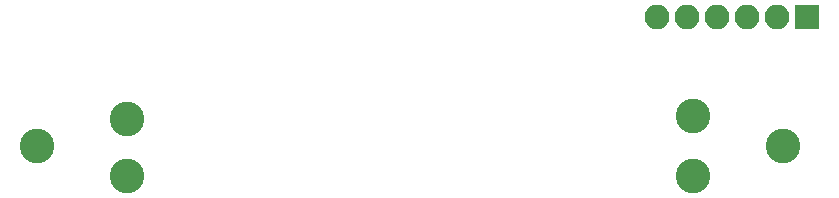
<source format=gbr>
G04 #@! TF.FileFunction,Soldermask,Bot*
%FSLAX46Y46*%
G04 Gerber Fmt 4.6, Leading zero omitted, Abs format (unit mm)*
G04 Created by KiCad (PCBNEW 4.0.6) date Fri Aug 18 15:25:10 2017*
%MOMM*%
%LPD*%
G01*
G04 APERTURE LIST*
%ADD10C,0.100000*%
%ADD11C,2.940000*%
%ADD12R,2.100000X2.100000*%
%ADD13O,2.100000X2.100000*%
G04 APERTURE END LIST*
D10*
D11*
X156340000Y-39370000D03*
X163960000Y-41910000D03*
X163960000Y-37084000D03*
X219460000Y-39370000D03*
X211840000Y-36830000D03*
X211840000Y-41910000D03*
D12*
X221488000Y-28448000D03*
D13*
X218948000Y-28448000D03*
X216408000Y-28448000D03*
X213868000Y-28448000D03*
X211328000Y-28448000D03*
X208788000Y-28448000D03*
M02*

</source>
